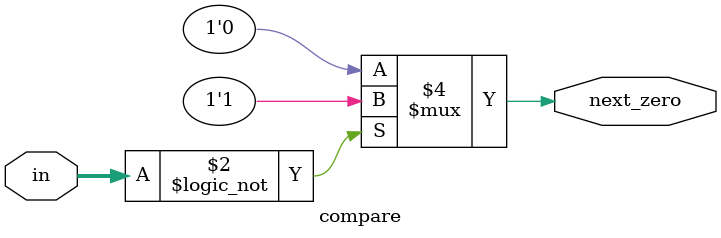
<source format=v>
module compare(in, next_zero);
    parameter N = 8;
    input [N-1:0] in;
    output reg next_zero;

    always @(in) begin
        if (in == 0) begin
            next_zero = 1;
        end else begin
            next_zero = 0;
        end
    end

endmodule // compare
</source>
